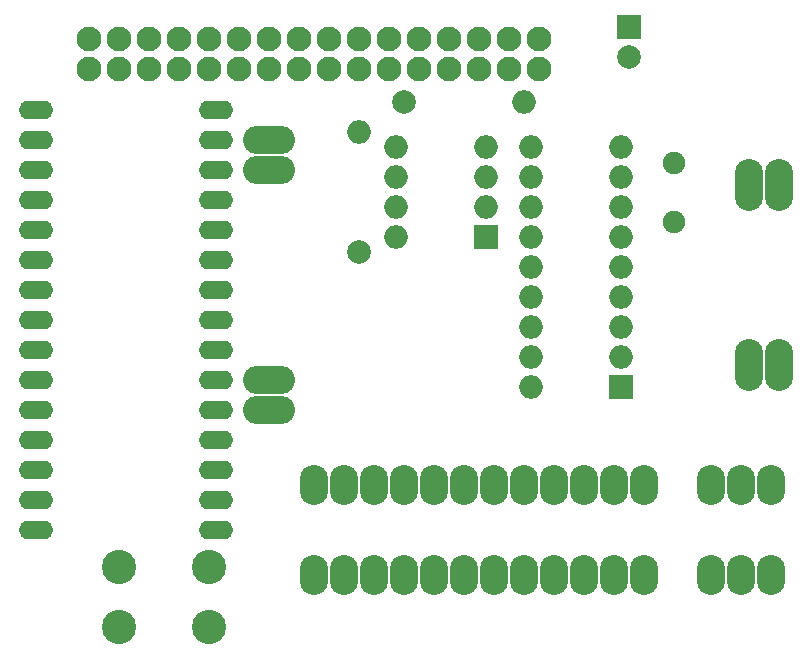
<source format=gbr>
G04 #@! TF.FileFunction,Soldermask,Bot*
%FSLAX46Y46*%
G04 Gerber Fmt 4.6, Leading zero omitted, Abs format (unit mm)*
G04 Created by KiCad (PCBNEW 4.0.6) date 12/04/17 18:38:42*
%MOMM*%
%LPD*%
G01*
G04 APERTURE LIST*
%ADD10C,0.050000*%
%ADD11C,2.100000*%
%ADD12C,2.000000*%
%ADD13O,2.000000X2.000000*%
%ADD14O,2.900000X1.600000*%
%ADD15R,2.000000X2.000000*%
%ADD16C,2.900000*%
%ADD17O,2.400000X3.400000*%
%ADD18C,1.900000*%
%ADD19O,2.400000X4.400000*%
%ADD20O,4.400000X2.400000*%
G04 APERTURE END LIST*
D10*
D11*
X105050000Y-58390000D03*
X105050000Y-60930000D03*
X107590000Y-58390000D03*
X107590000Y-60930000D03*
X110130000Y-58390000D03*
X110130000Y-60930000D03*
X112670000Y-58390000D03*
X112670000Y-60930000D03*
X115210000Y-58390000D03*
X115210000Y-60930000D03*
X117750000Y-58390000D03*
X117750000Y-60930000D03*
X120290000Y-58390000D03*
X120290000Y-60930000D03*
X122830000Y-58390000D03*
X122830000Y-60930000D03*
X125370000Y-58390000D03*
X125370000Y-60930000D03*
X127910000Y-58390000D03*
X127910000Y-60930000D03*
X130450000Y-58390000D03*
X130450000Y-60930000D03*
X132990000Y-58390000D03*
X132990000Y-60930000D03*
X135530000Y-58390000D03*
X135530000Y-60930000D03*
X138070000Y-58390000D03*
X138070000Y-60930000D03*
X140610000Y-58390000D03*
X140610000Y-60930000D03*
X143150000Y-58390000D03*
X143150000Y-60930000D03*
D12*
X127905000Y-76470000D03*
D13*
X127905000Y-66310000D03*
D12*
X131715000Y-63770000D03*
D13*
X141875000Y-63770000D03*
D14*
X100600000Y-64405000D03*
X100600000Y-66945000D03*
X100600000Y-69485000D03*
X100600000Y-72025000D03*
X100600000Y-74565000D03*
X100600000Y-77105000D03*
X100600000Y-79645000D03*
X100600000Y-82185000D03*
X100600000Y-84725000D03*
X100600000Y-87265000D03*
X100600000Y-89805000D03*
X100600000Y-92345000D03*
X100600000Y-94885000D03*
X100600000Y-97425000D03*
X100600000Y-99965000D03*
X115840000Y-99965000D03*
X115840000Y-97425000D03*
X115840000Y-94885000D03*
X115840000Y-92345000D03*
X115840000Y-89805000D03*
X115840000Y-87265000D03*
X115840000Y-84725000D03*
X115840000Y-82185000D03*
X115840000Y-79645000D03*
X115840000Y-77105000D03*
X115840000Y-74565000D03*
X115840000Y-72025000D03*
X115840000Y-69485000D03*
X115840000Y-66945000D03*
X115840000Y-64405000D03*
D15*
X150130000Y-87900000D03*
D13*
X142510000Y-67580000D03*
X150130000Y-85360000D03*
X142510000Y-70120000D03*
X150130000Y-82820000D03*
X142510000Y-72660000D03*
X150130000Y-80280000D03*
X142510000Y-75200000D03*
X150130000Y-77740000D03*
X142510000Y-77740000D03*
X150130000Y-75200000D03*
X142510000Y-80280000D03*
X150130000Y-72660000D03*
X142510000Y-82820000D03*
X150130000Y-70120000D03*
X142510000Y-85360000D03*
X150130000Y-67580000D03*
X142510000Y-87900000D03*
D15*
X138700000Y-75200000D03*
D13*
X131080000Y-67580000D03*
X138700000Y-72660000D03*
X131080000Y-70120000D03*
X138700000Y-70120000D03*
X131080000Y-72660000D03*
X138700000Y-67580000D03*
X131080000Y-75200000D03*
D16*
X107585000Y-108220000D03*
X115205000Y-108220000D03*
X115205000Y-103140000D03*
X107585000Y-103140000D03*
D17*
X124095000Y-103775000D03*
X126635000Y-103775000D03*
X129175000Y-103775000D03*
X131715000Y-103775000D03*
X134255000Y-103775000D03*
X136795000Y-103775000D03*
X139335000Y-103775000D03*
X141875000Y-103775000D03*
X144415000Y-103775000D03*
X146955000Y-103775000D03*
X149495000Y-103775000D03*
X152035000Y-103775000D03*
X152035000Y-96155000D03*
X149495000Y-96155000D03*
X146955000Y-96155000D03*
X144415000Y-96155000D03*
X141875000Y-96155000D03*
X139335000Y-96155000D03*
X136795000Y-96155000D03*
X134255000Y-96155000D03*
X131715000Y-96155000D03*
X129175000Y-96155000D03*
X126635000Y-96155000D03*
X124095000Y-96155000D03*
X157750000Y-103775000D03*
X160290000Y-103775000D03*
X162830000Y-103775000D03*
X162830000Y-96155000D03*
X160290000Y-96155000D03*
X157750000Y-96155000D03*
D18*
X154575000Y-73930000D03*
X154575000Y-68930000D03*
D19*
X163465000Y-70755000D03*
X160925000Y-70755000D03*
X163465000Y-85995000D03*
X160925000Y-85995000D03*
D20*
X120285000Y-69485000D03*
X120285000Y-66945000D03*
X120285000Y-87265000D03*
X120285000Y-89805000D03*
D15*
X150765000Y-57420000D03*
D12*
X150765000Y-59920000D03*
M02*

</source>
